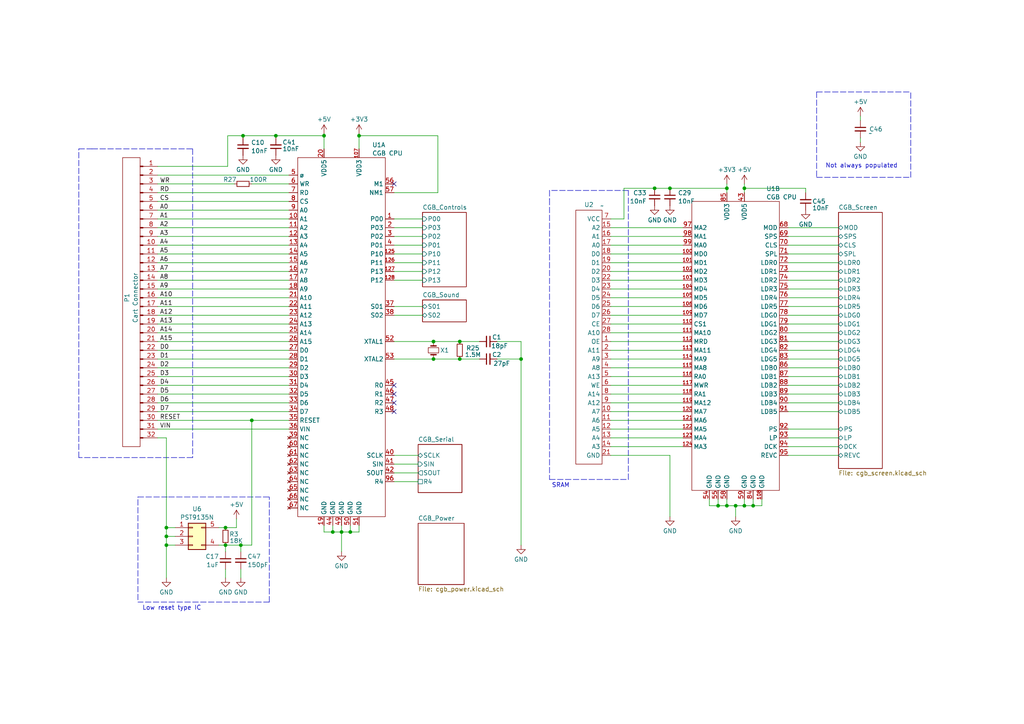
<source format=kicad_sch>
(kicad_sch (version 20231120) (generator "eeschema") (generator_version "8.0")
  (paper "A4")
  (title_block (title "CGB Reverse Engineer") (company "NatalieTheNerd.com"))
  (lib_symbols
    (symbol "CGB:CPU_CGB"
      (property "Reference" "U1" (at 8.89 3.6942 0))
      (property "Value" "CGB CPU" (at 8.89 1.27 0))
      (symbol "CPU_CGB_1_0"
        (pin unspecified line (at 15.24 -17.78 180) (length 2.54) (name "P00") (number "1"))
        (pin unspecified line (at -15.24 -17.78 0) (length 2.54) (name "A1") (number "10"))
        (pin unspecified line (at 5.08 2.54 270) (length 2.54) (name "VDD3") (number "107"))
        (pin unspecified line (at -15.24 -20.32 0) (length 2.54) (name "A2") (number "11"))
        (pin unspecified line (at -15.24 -22.86 0) (length 2.54) (name "A3") (number "12"))
        (pin unspecified line (at 15.24 -27.94 180) (length 2.54) (name "P10") (number "125"))
        (pin unspecified line (at 15.24 -30.48 180) (length 2.54) (name "P11") (number "126"))
        (pin unspecified line (at 15.24 -33.02 180) (length 2.54) (name "P13") (number "127"))
        (pin unspecified line (at 15.24 -35.56 180) (length 2.54) (name "P12") (number "128"))
        (pin unspecified line (at -15.24 -25.4 0) (length 2.54) (name "A4") (number "13"))
        (pin unspecified line (at -15.24 -27.94 0) (length 2.54) (name "A5") (number "14"))
        (pin unspecified line (at -15.24 -30.48 0) (length 2.54) (name "A6") (number "15"))
        (pin unspecified line (at -15.24 -33.02 0) (length 2.54) (name "A7") (number "16"))
        (pin unspecified line (at -15.24 -35.56 0) (length 2.54) (name "A8") (number "17"))
        (pin unspecified line (at -15.24 -38.1 0) (length 2.54) (name "A9") (number "18"))
        (pin unspecified line (at -5.08 -106.68 90) (length 2.54) (name "GND") (number "19"))
        (pin unspecified line (at 15.24 -20.32 180) (length 2.54) (name "P03") (number "2"))
        (pin unspecified line (at -5.08 2.54 270) (length 2.54) (name "VDD5") (number "20"))
        (pin unspecified line (at -15.24 -40.64 0) (length 2.54) (name "A10") (number "21"))
        (pin unspecified line (at -15.24 -43.18 0) (length 2.54) (name "A11") (number "22"))
        (pin unspecified line (at -15.24 -45.72 0) (length 2.54) (name "A12") (number "23"))
        (pin unspecified line (at -15.24 -48.26 0) (length 2.54) (name "A13") (number "24"))
        (pin unspecified line (at -15.24 -50.8 0) (length 2.54) (name "A14") (number "25"))
        (pin unspecified line (at -15.24 -53.34 0) (length 2.54) (name "A15") (number "26"))
        (pin unspecified line (at -15.24 -55.88 0) (length 2.54) (name "D0") (number "27"))
        (pin unspecified line (at -15.24 -58.42 0) (length 2.54) (name "D1") (number "28"))
        (pin unspecified line (at -15.24 -60.96 0) (length 2.54) (name "D2") (number "29"))
        (pin unspecified line (at 15.24 -22.86 180) (length 2.54) (name "P02") (number "3"))
        (pin unspecified line (at -15.24 -63.5 0) (length 2.54) (name "D3") (number "30"))
        (pin unspecified line (at -15.24 -66.04 0) (length 2.54) (name "D4") (number "31"))
        (pin unspecified line (at -15.24 -68.58 0) (length 2.54) (name "D5") (number "32"))
        (pin unspecified line (at -15.24 -71.12 0) (length 2.54) (name "D6") (number "33"))
        (pin unspecified line (at -15.24 -73.66 0) (length 2.54) (name "D7") (number "34"))
        (pin unspecified line (at -15.24 -76.2 0) (length 2.54) (name "RESET") (number "35"))
        (pin unspecified line (at -15.24 -78.74 0) (length 2.54) (name "VIN") (number "36"))
        (pin unspecified line (at 15.24 -43.18 180) (length 2.54) (name "S01") (number "37"))
        (pin unspecified line (at 15.24 -45.72 180) (length 2.54) (name "S02") (number "38"))
        (pin no_connect line (at -15.24 -81.28 0) (length 2.54) (name "NC") (number "39"))
        (pin unspecified line (at 15.24 -25.4 180) (length 2.54) (name "P01") (number "4"))
        (pin unspecified line (at 15.24 -86.36 180) (length 2.54) (name "SCLK") (number "40"))
        (pin unspecified line (at 15.24 -88.9 180) (length 2.54) (name "SIN") (number "41"))
        (pin unspecified line (at 15.24 -91.44 180) (length 2.54) (name "SOUT") (number "42"))
        (pin unspecified line (at -2.54 -106.68 90) (length 2.54) (name "GND") (number "44"))
        (pin unspecified line (at 15.24 -66.04 180) (length 2.54) (name "R0") (number "45"))
        (pin unspecified line (at 15.24 -68.58 180) (length 2.54) (name "R1") (number "46"))
        (pin unspecified line (at 15.24 -71.12 180) (length 2.54) (name "R2") (number "47"))
        (pin unspecified line (at 15.24 -73.66 180) (length 2.54) (name "R3") (number "48"))
        (pin unspecified line (at 0 -106.68 90) (length 2.54) (name "GND") (number "49"))
        (pin unspecified line (at -15.24 -5.08 0) (length 2.54) (name "ø") (number "5"))
        (pin unspecified line (at 2.54 -106.68 90) (length 2.54) (name "GND") (number "50"))
        (pin unspecified line (at 5.08 -106.68 90) (length 2.54) (name "GND") (number "51"))
        (pin unspecified line (at 15.24 -53.34 180) (length 2.54) (name "XTAL1") (number "52"))
        (pin unspecified line (at 15.24 -58.42 180) (length 2.54) (name "XTAL2") (number "53"))
        (pin unspecified line (at 15.24 -7.62 180) (length 2.54) (name "M1") (number "56"))
        (pin unspecified line (at 15.24 -10.16 180) (length 2.54) (name "NM1") (number "57"))
        (pin unspecified line (at -15.24 -7.62 0) (length 2.54) (name "WR") (number "6"))
        (pin no_connect line (at -15.24 -83.82 0) (length 2.54) (name "NC") (number "60"))
        (pin no_connect line (at -15.24 -86.36 0) (length 2.54) (name "NC") (number "61"))
        (pin no_connect line (at -15.24 -88.9 0) (length 2.54) (name "NC") (number "62"))
        (pin no_connect line (at -15.24 -91.44 0) (length 2.54) (name "NC") (number "63"))
        (pin no_connect line (at -15.24 -93.98 0) (length 2.54) (name "NC") (number "64"))
        (pin no_connect line (at -15.24 -96.52 0) (length 2.54) (name "NC") (number "65"))
        (pin no_connect line (at -15.24 -99.06 0) (length 2.54) (name "NC") (number "66"))
        (pin no_connect line (at -15.24 -101.6 0) (length 2.54) (name "NC") (number "67"))
        (pin unspecified line (at -15.24 -10.16 0) (length 2.54) (name "RD") (number "7"))
        (pin unspecified line (at -15.24 -12.7 0) (length 2.54) (name "CS") (number "8"))
        (pin unspecified line (at -15.24 -15.24 0) (length 2.54) (name "A0") (number "9"))
        (pin unspecified line (at 15.24 -93.98 180) (length 2.54) (name "R4") (number "96"))
      )
      (symbol "CPU_CGB_2_0"
        (pin unspecified line (at -15.24 -15.24 0) (length 2.54) (name "MD0") (number "100"))
        (pin unspecified line (at -15.24 -17.78 0) (length 2.54) (name "MD1") (number "101"))
        (pin unspecified line (at -15.24 -20.32 0) (length 2.54) (name "MD2") (number "102"))
        (pin unspecified line (at -15.24 -22.86 0) (length 2.54) (name "MD3") (number "103"))
        (pin unspecified line (at -15.24 -25.4 0) (length 2.54) (name "MD4") (number "104"))
        (pin unspecified line (at -15.24 -27.94 0) (length 2.54) (name "MD5") (number "105"))
        (pin unspecified line (at -15.24 -30.48 0) (length 2.54) (name "MD6") (number "106"))
        (pin unspecified line (at 7.62 -86.36 90) (length 2.54) (name "GND") (number "108"))
        (pin unspecified line (at -15.24 -33.02 0) (length 2.54) (name "MD7") (number "109"))
        (pin unspecified line (at -15.24 -35.56 0) (length 2.54) (name "CS1") (number "110"))
        (pin unspecified line (at -15.24 -38.1 0) (length 2.54) (name "MA10") (number "111"))
        (pin unspecified line (at -15.24 -40.64 0) (length 2.54) (name "MRD") (number "112"))
        (pin unspecified line (at -15.24 -43.18 0) (length 2.54) (name "MA11") (number "113"))
        (pin unspecified line (at -15.24 -45.72 0) (length 2.54) (name "MA9") (number "114"))
        (pin unspecified line (at -15.24 -48.26 0) (length 2.54) (name "MA8") (number "115"))
        (pin unspecified line (at -15.24 -50.8 0) (length 2.54) (name "RA0") (number "116"))
        (pin unspecified line (at -15.24 -53.34 0) (length 2.54) (name "MWR") (number "117"))
        (pin unspecified line (at -15.24 -55.88 0) (length 2.54) (name "RA1") (number "118"))
        (pin unspecified line (at -15.24 -58.42 0) (length 2.54) (name "MA12") (number "119"))
        (pin unspecified line (at -15.24 -60.96 0) (length 2.54) (name "MA7") (number "120"))
        (pin unspecified line (at -15.24 -63.5 0) (length 2.54) (name "MA6") (number "121"))
        (pin unspecified line (at -15.24 -66.04 0) (length 2.54) (name "MA5") (number "122"))
        (pin unspecified line (at -15.24 -68.58 0) (length 2.54) (name "MA4") (number "123"))
        (pin unspecified line (at -15.24 -71.12 0) (length 2.54) (name "MA3") (number "124"))
        (pin unspecified line (at 2.54 2.54 270) (length 2.54) (name "VDD5") (number "43"))
        (pin unspecified line (at -7.62 -86.36 90) (length 2.54) (name "GND") (number "54"))
        (pin unspecified line (at -5.08 -86.36 90) (length 2.54) (name "GND") (number "55"))
        (pin unspecified line (at -2.54 -86.36 90) (length 2.54) (name "GND") (number "58"))
        (pin unspecified line (at 2.54 -86.36 90) (length 2.54) (name "GND") (number "59"))
        (pin unspecified line (at 15.24 -7.62 180) (length 2.54) (name "MOD") (number "68"))
        (pin unspecified line (at 15.24 -10.16 180) (length 2.54) (name "SPS") (number "69"))
        (pin unspecified line (at 15.24 -12.7 180) (length 2.54) (name "CLS") (number "70"))
        (pin unspecified line (at 15.24 -15.24 180) (length 2.54) (name "SPL") (number "71"))
        (pin unspecified line (at 15.24 -17.78 180) (length 2.54) (name "LDR0") (number "72"))
        (pin unspecified line (at 15.24 -20.32 180) (length 2.54) (name "LDR1") (number "73"))
        (pin unspecified line (at 15.24 -22.86 180) (length 2.54) (name "LDR2") (number "74"))
        (pin unspecified line (at 15.24 -25.4 180) (length 2.54) (name "LDR3") (number "75"))
        (pin unspecified line (at 15.24 -27.94 180) (length 2.54) (name "LDR4") (number "76"))
        (pin unspecified line (at 15.24 -30.48 180) (length 2.54) (name "LDR5") (number "77"))
        (pin unspecified line (at 15.24 -33.02 180) (length 2.54) (name "LDG0") (number "78"))
        (pin unspecified line (at 15.24 -35.56 180) (length 2.54) (name "LDG1") (number "79"))
        (pin unspecified line (at 15.24 -38.1 180) (length 2.54) (name "LDG2") (number "80"))
        (pin unspecified line (at 15.24 -40.64 180) (length 2.54) (name "LDG3") (number "81"))
        (pin unspecified line (at 15.24 -43.18 180) (length 2.54) (name "LDG4") (number "82"))
        (pin unspecified line (at 15.24 -45.72 180) (length 2.54) (name "LDG5") (number "83"))
        (pin unspecified line (at 5.08 -86.36 90) (length 2.54) (name "GND") (number "84"))
        (pin unspecified line (at -2.54 2.54 270) (length 2.54) (name "VDD3") (number "85"))
        (pin unspecified line (at 15.24 -48.26 180) (length 2.54) (name "LDB0") (number "86"))
        (pin unspecified line (at 15.24 -50.8 180) (length 2.54) (name "LDB1") (number "87"))
        (pin unspecified line (at 15.24 -53.34 180) (length 2.54) (name "LDB2") (number "88"))
        (pin unspecified line (at 15.24 -55.88 180) (length 2.54) (name "LDB3") (number "89"))
        (pin unspecified line (at 15.24 -58.42 180) (length 2.54) (name "LDB4") (number "90"))
        (pin unspecified line (at 15.24 -60.96 180) (length 2.54) (name "LDB5") (number "91"))
        (pin unspecified line (at 15.24 -66.04 180) (length 2.54) (name "PS") (number "92"))
        (pin unspecified line (at 15.24 -68.58 180) (length 2.54) (name "LP") (number "93"))
        (pin unspecified line (at 15.24 -71.12 180) (length 2.54) (name "DCK") (number "94"))
        (pin unspecified line (at 15.24 -73.66 180) (length 2.54) (name "REVC") (number "95"))
        (pin unspecified line (at -15.24 -7.62 0) (length 2.54) (name "MA2") (number "97"))
        (pin unspecified line (at -15.24 -10.16 0) (length 2.54) (name "MA1") (number "98"))
        (pin unspecified line (at -15.24 -12.7 0) (length 2.54) (name "MA0") (number "99"))
      )
    )
    (symbol "CGB:SRAM_CGB"
      (property "Reference" "U" (at 0 1.27 0))
      (symbol "SRAM_CGB_0_0"
        (pin unspecified line (at 2.54 -39.37 180) (length 2.54) (name "OE") (number "1"))
        (pin unspecified line (at 2.54 -59.69 180) (length 2.54) (name "A7") (number "10"))
        (pin unspecified line (at 2.54 -62.23 180) (length 2.54) (name "A6") (number "11"))
        (pin unspecified line (at 2.54 -64.77 180) (length 2.54) (name "A5") (number "12"))
        (pin unspecified line (at 2.54 -67.31 180) (length 2.54) (name "A4") (number "13"))
        (pin unspecified line (at 2.54 -69.85 180) (length 2.54) (name "A3") (number "14"))
        (pin unspecified line (at 2.54 -6.35 180) (length 2.54) (name "A2") (number "15"))
        (pin unspecified line (at 2.54 -8.89 180) (length 2.54) (name "A1") (number "16"))
        (pin unspecified line (at 2.54 -11.43 180) (length 2.54) (name "A0") (number "17"))
        (pin unspecified line (at 2.54 -13.97 180) (length 2.54) (name "D0") (number "18"))
        (pin unspecified line (at 2.54 -16.51 180) (length 2.54) (name "D1") (number "19"))
        (pin unspecified line (at 2.54 -41.91 180) (length 2.54) (name "A11") (number "2"))
        (pin unspecified line (at 2.54 -19.05 180) (length 2.54) (name "D2") (number "20"))
        (pin unspecified line (at 2.54 -72.39 180) (length 2.54) (name "GND") (number "21"))
        (pin unspecified line (at 2.54 -21.59 180) (length 2.54) (name "D3") (number "22"))
        (pin unspecified line (at 2.54 -24.13 180) (length 2.54) (name "D4") (number "23"))
        (pin unspecified line (at 2.54 -26.67 180) (length 2.54) (name "D5") (number "24"))
        (pin unspecified line (at 2.54 -29.21 180) (length 2.54) (name "D6") (number "25"))
        (pin unspecified line (at 2.54 -31.75 180) (length 2.54) (name "D7") (number "26"))
        (pin unspecified line (at 2.54 -34.29 180) (length 2.54) (name "CE") (number "27"))
        (pin unspecified line (at 2.54 -36.83 180) (length 2.54) (name "A10") (number "28"))
        (pin unspecified line (at 2.54 -44.45 180) (length 2.54) (name "A9") (number "3"))
        (pin unspecified line (at 2.54 -46.99 180) (length 2.54) (name "A8") (number "4"))
        (pin unspecified line (at 2.54 -49.53 180) (length 2.54) (name "A13") (number "5"))
        (pin unspecified line (at 2.54 -52.07 180) (length 2.54) (name "WE") (number "6"))
        (pin unspecified line (at 2.54 -3.81 180) (length 2.54) (name "VCC") (number "7"))
        (pin unspecified line (at 2.54 -54.61 180) (length 2.54) (name "A14") (number "8"))
        (pin unspecified line (at 2.54 -57.15 180) (length 2.54) (name "A12") (number "9"))
      )
    )
    (symbol "CPU_CGB_1"
      (property "Reference" "U1" (at 8.89 3.6942 0))
      (property "Value" "CGB CPU" (at 8.89 1.27 0))
      (symbol "CPU_CGB_1_1_0"
        (pin unspecified line (at 15.24 -17.78 180) (length 2.54) (name "P00") (number "1"))
        (pin unspecified line (at -15.24 -17.78 0) (length 2.54) (name "A1") (number "10"))
        (pin unspecified line (at 5.08 2.54 270) (length 2.54) (name "VDD3") (number "107"))
        (pin unspecified line (at -15.24 -20.32 0) (length 2.54) (name "A2") (number "11"))
        (pin unspecified line (at -15.24 -22.86 0) (length 2.54) (name "A3") (number "12"))
        (pin unspecified line (at 15.24 -27.94 180) (length 2.54) (name "P10") (number "125"))
        (pin unspecified line (at 15.24 -30.48 180) (length 2.54) (name "P11") (number "126"))
        (pin unspecified line (at 15.24 -33.02 180) (length 2.54) (name "P13") (number "127"))
        (pin unspecified line (at 15.24 -35.56 180) (length 2.54) (name "P12") (number "128"))
        (pin unspecified line (at -15.24 -25.4 0) (length 2.54) (name "A4") (number "13"))
        (pin unspecified line (at -15.24 -27.94 0) (length 2.54) (name "A5") (number "14"))
        (pin unspecified line (at -15.24 -30.48 0) (length 2.54) (name "A6") (number "15"))
        (pin unspecified line (at -15.24 -33.02 0) (length 2.54) (name "A7") (number "16"))
        (pin unspecified line (at -15.24 -35.56 0) (length 2.54) (name "A8") (number "17"))
        (pin unspecified line (at -15.24 -38.1 0) (length 2.54) (name "A9") (number "18"))
        (pin unspecified line (at -5.08 -106.68 90) (length 2.54) (name "GND") (number "19"))
        (pin unspecified line (at 15.24 -20.32 180) (length 2.54) (name "P03") (number "2"))
        (pin unspecified line (at -5.08 2.54 270) (length 2.54) (name "VDD5") (number "20"))
        (pin unspecified line (at -15.24 -40.64 0) (length 2.54) (name "A10") (number "21"))
        (pin unspecified line (at -15.24 -43.18 0) (length 2.54) (name "A11") (number "22"))
        (pin unspecified line (at -15.24 -45.72 0) (length 2.54) (name "A12") (number "23"))
        (pin unspecified line (at -15.24 -48.26 0) (length 2.54) (name "A13") (number "24"))
        (pin unspecified line (at -15.24 -50.8 0) (length 2.54) (name "A14") (number "25"))
        (pin unspecified line (at -15.24 -53.34 0) (length 2.54) (name "A15") (number "26"))
        (pin unspecified line (at -15.24 -55.88 0) (length 2.54) (name "D0") (number "27"))
        (pin unspecified line (at -15.24 -58.42 0) (length 2.54) (name "D1") (number "28"))
        (pin unspecified line (at -15.24 -60.96 0) (length 2.54) (name "D2") (number "29"))
        (pin unspecified line (at 15.24 -22.86 180) (length 2.54) (name "P02") (number "3"))
        (pin unspecified line (at -15.24 -63.5 0) (length 2.54) (name "D3") (number "30"))
        (pin unspecified line (at -15.24 -66.04 0) (length 2.54) (name "D4") (number "31"))
        (pin unspecified line (at -15.24 -68.58 0) (length 2.54) (name "D5") (number "32"))
        (pin unspecified line (at -15.24 -71.12 0) (length 2.54) (name "D6") (number "33"))
        (pin unspecified line (at -15.24 -73.66 0) (length 2.54) (name "D7") (number "34"))
        (pin unspecified line (at -15.24 -76.2 0) (length 2.54) (name "RESET") (number "35"))
        (pin unspecified line (at -15.24 -78.74 0) (length 2.54) (name "VIN") (number "36"))
        (pin unspecified line (at 15.24 -43.18 180) (length 2.54) (name "S01") (number "37"))
        (pin unspecified line (at 15.24 -45.72 180) (length 2.54) (name "S02") (number "38"))
        (pin no_connect line (at -15.24 -81.28 0) (length 2.54) (name "NC") (number "39"))
        (pin unspecified line (at 15.24 -25.4 180) (length 2.54) (name "P01") (number "4"))
        (pin unspecified line (at 15.24 -86.36 180) (length 2.54) (name "SCLK") (number "40"))
        (pin unspecified line (at 15.24 -88.9 180) (length 2.54) (name "SIN") (number "41"))
        (pin unspecified line (at 15.24 -91.44 180) (length 2.54) (name "SOUT") (number "42"))
        (pin unspecified line (at -2.54 -106.68 90) (length 2.54) (name "GND") (number "44"))
        (pin unspecified line (at 15.24 -66.04 180) (length 2.54) (name "R0") (number "45"))
        (pin unspecified line (at 15.24 -68.58 180) (length 2.54) (name "R1") (number "46"))
        (pin unspecified line (at 15.24 -71.12 180) (length 2.54) (name "R2") (number "47"))
        (pin unspecified line (at 15.24 -73.66 180) (length 2.54) (name "R3") (number "48"))
        (pin unspecified line (at 0 -106.68 90) (length 2.54) (name "GND") (number "49"))
        (pin unspecified line (at -15.24 -5.08 0) (length 2.54) (name "ø") (number "5"))
        (pin unspecified line (at 2.54 -106.68 90) (length 2.54) (name "GND") (number "50"))
        (pin unspecified line (at 5.08 -106.68 90) (length 2.54) (name "GND") (number "51"))
        (pin unspecified line (at 15.24 -53.34 180) (length 2.54) (name "XTAL1") (number "52"))
        (pin unspecified line (at 15.24 -58.42 180) (length 2.54) (name "XTAL2") (number "53"))
        (pin unspecified line (at 15.24 -7.62 180) (length 2.54) (name "M1") (number "56"))
        (pin unspecified line (at 15.24 -10.16 180) (length 2.54) (name "NM1") (number "57"))
        (pin unspecified line (at -15.24 -7.62 0) (length 2.54) (name "WR") (number "6"))
        (pin no_connect line (at -15.24 -83.82 0) (length 2.54) (name "NC") (number "60"))
        (pin no_connect line (at -15.24 -86.36 0) (length 2.54) (name "NC") (number "61"))
        (pin no_connect line (at -15.24 -88.9 0) (length 2.54) (name "NC") (number "62"))
        (pin no_connect line (at -15.24 -91.44 0) (length 2.54) (name "NC") (number "63"))
        (pin no_connect line (at -15.24 -93.98 0) (length 2.54) (name "NC") (number "64"))
        (pin no_connect line (at -15.24 -96.52 0) (length 2.54) (name "NC") (number "65"))
        (pin no_connect line (at -15.24 -99.06 0) (length 2.54) (name "NC") (number "66"))
        (pin no_connect line (at -15.24 -101.6 0) (length 2.54) (name "NC") (number "67"))
        (pin unspecified line (at -15.24 -10.16 0) (length 2.54) (name "RD") (number "7"))
        (pin unspecified line (at -15.24 -12.7 0) (length 2.54) (name "CS") (number "8"))
        (pin unspecified line (at -15.24 -15.24 0) (length 2.54) (name "A0") (number "9"))
        (pin unspecified line (at 15.24 -93.98 180) (length 2.54) (name "R4") (number "96"))
      )
      (symbol "CPU_CGB_1_2_0"
        (pin unspecified line (at -15.24 -15.24 0) (length 2.54) (name "MD0") (number "100"))
        (pin unspecified line (at -15.24 -17.78 0) (length 2.54) (name "MD1") (number "101"))
        (pin unspecified line (at -15.24 -20.32 0) (length 2.54) (name "MD2") (number "102"))
        (pin unspecified line (at -15.24 -22.86 0) (length 2.54) (name "MD3") (number "103"))
        (pin unspecified line (at -15.24 -25.4 0) (length 2.54) (name "MD4") (number "104"))
        (pin unspecified line (at -15.24 -27.94 0) (length 2.54) (name "MD5") (number "105"))
        (pin unspecified line (at -15.24 -30.48 0) (length 2.54) (name "MD6") (number "106"))
        (pin unspecified line (at 7.62 -86.36 90) (length 2.54) (name "GND") (number "108"))
        (pin unspecified line (at -15.24 -33.02 0) (length 2.54) (name "MD7") (number "109"))
        (pin unspecified line (at -15.24 -35.56 0) (length 2.54) (name "CS1") (number "110"))
        (pin unspecified line (at -15.24 -38.1 0) (length 2.54) (name "MA10") (number "111"))
        (pin unspecified line (at -15.24 -40.64 0) (length 2.54) (name "MRD") (number "112"))
        (pin unspecified line (at -15.24 -43.18 0) (length 2.54) (name "MA11") (number "113"))
        (pin unspecified line (at -15.24 -45.72 0) (length 2.54) (name "MA9") (number "114"))
        (pin unspecified line (at -15.24 -48.26 0) (length 2.54) (name "MA8") (number "115"))
        (pin unspecified line (at -15.24 -50.8 0) (length 2.54) (name "RA0") (number "116"))
        (pin unspecified line (at -15.24 -53.34 0) (length 2.54) (name "MWR") (number "117"))
        (pin unspecified line (at -15.24 -55.88 0) (length 2.54) (name "RA1") (number "118"))
        (pin unspecified line (at -15.24 -58.42 0) (length 2.54) (name "MA12") (number "119"))
        (pin unspecified line (at -15.24 -60.96 0) (length 2.54) (name "MA7") (number "120"))
        (pin unspecified line (at -15.24 -63.5 0) (length 2.54) (name "MA6") (number "121"))
        (pin unspecified line (at -15.24 -66.04 0) (length 2.54) (name "MA5") (number "122"))
        (pin unspecified line (at -15.24 -68.58 0) (length 2.54) (name "MA4") (number "123"))
        (pin unspecified line (at -15.24 -71.12 0) (length 2.54) (name "MA3") (number "124"))
        (pin unspecified line (at 2.54 2.54 270) (length 2.54) (name "VDD5") (number "43"))
        (pin unspecified line (at -7.62 -86.36 90) (length 2.54) (name "GND") (number "54"))
        (pin unspecified line (at -5.08 -86.36 90) (length 2.54) (name "GND") (number "55"))
        (pin unspecified line (at -2.54 -86.36 90) (length 2.54) (name "GND") (number "58"))
        (pin unspecified line (at 2.54 -86.36 90) (length 2.54) (name "GND") (number "59"))
        (pin unspecified line (at 15.24 -7.62 180) (length 2.54) (name "MOD") (number "68"))
        (pin unspecified line (at 15.24 -10.16 180) (length 2.54) (name "SPS") (number "69"))
        (pin unspecified line (at 15.24 -12.7 180) (length 2.54) (name "CLS") (number "70"))
        (pin unspecified line (at 15.24 -15.24 180) (length 2.54) (name "SPL") (number "71"))
        (pin unspecified line (at 15.24 -17.78 180) (length 2.54) (name "LDR0") (number "72"))
        (pin unspecified line (at 15.24 -20.32 180) (length 2.54) (name "LDR1") (number "73"))
        (pin unspecified line (at 15.24 -22.86 180) (length 2.54) (name "LDR2") (number "74"))
        (pin unspecified line (at 15.24 -25.4 180) (length 2.54) (name "LDR3") (number "75"))
        (pin unspecified line (at 15.24 -27.94 180) (length 2.54) (name "LDR4") (number "76"))
        (pin unspecified line (at 15.24 -30.48 180) (length 2.54) (name "LDR5") (number "77"))
        (pin unspecified line (at 15.24 -33.02 180) (length 2.54) (name "LDG0") (number "78"))
        (pin unspecified line (at 15.24 -35.56 180) (length 2.54) (name "LDG1") (number "79"))
        (pin unspecified line (at 15.24 -38.1 180) (length 2.54) (name "LDG2") (number "80"))
        (pin unspecified line (at 15.24 -40.64 180) (length 2.54) (name "LDG3") (number "81"))
        (pin unspecified line (at 15.24 -43.18 180) (length 2.54) (name "LDG4") (number "82"))
        (pin unspecified line (at 15.24 -45.72 180) (length 2.54) (name "LDG5") (number "83"))
        (pin unspecified line (at 5.08 -86.36 90) (length 2.54) (name "GND") (number "84"))
        (pin unspecified line (at -2.54 2.54 270) (length 2.54) (name "VDD3") (number "85"))
        (pin unspecified line (at 15.24 -48.26 180) (length 2.54) (name "LDB0") (number "86"))
        (pin unspecified line (at 15.24 -50.8 180) (length 2.54) (name "LDB1") (number "87"))
        (pin unspecified line (at 15.24 -53.34 180) (length 2.54) (name "LDB2") (number "88"))
        (pin unspecified line (at 15.24 -55.88 180) (length 2.54) (name "LDB3") (number "89"))
        (pin unspecified line (at 15.24 -58.42 180) (length 2.54) (name "LDB4") (number "90"))
        (pin unspecified line (at 15.24 -60.96 180) (length 2.54) (name "LDB5") (number "91"))
        (pin unspecified line (at 15.24 -66.04 180) (length 2.54) (name "PS") (number "92"))
        (pin unspecified line (at 15.24 -68.58 180) (length 2.54) (name "LP") (number "93"))
        (pin unspecified line (at 15.24 -71.12 180) (length 2.54) (name "DCK") (number "94"))
        (pin unspecified line (at 15.24 -73.66 180) (length 2.54) (name "REVC") (number "95"))
        (pin unspecified line (at -15.24 -7.62 0) (length 2.54) (name "MA2") (number "97"))
        (pin unspecified line (at -15.24 -10.16 0) (length 2.54) (name "MA1") (number "98"))
        (pin unspecified line (at -15.24 -12.7 0) (length 2.54) (name "MA0") (number "99"))
      )
    )
    (symbol "Connector:Conn_01x32_Pin" (pin_names (offset 1.016) hide)
      (property "Reference" "P1" (at -3.81 0 90))
      (property "Value" "Cart Connector" (at -1.3858 0 90))
      (symbol "Conn_01x32_Pin_1_1"
        (pin passive line (at 5.08 38.1 180) (length 3.81) (name "Pin_1") (number "1"))
        (pin passive line (at 5.08 15.24 180) (length 3.81) (name "Pin_10") (number "10"))
        (pin passive line (at 5.08 12.7 180) (length 3.81) (name "Pin_11") (number "11"))
        (pin passive line (at 5.08 10.16 180) (length 3.81) (name "Pin_12") (number "12"))
        (pin passive line (at 5.08 7.62 180) (length 3.81) (name "Pin_13") (number "13"))
        (pin passive line (at 5.08 5.08 180) (length 3.81) (name "Pin_14") (number "14"))
        (pin passive line (at 5.08 2.54 180) (length 3.81) (name "Pin_15") (number "15"))
        (pin passive line (at 5.08 0 180) (length 3.81) (name "Pin_16") (number "16"))
        (pin passive line (at 5.08 -2.54 180) (length 3.81) (name "Pin_17") (number "17"))
        (pin passive line (at 5.08 -5.08 180) (length 3.81) (name "Pin_18") (number "18"))
        (pin passive line (at 5.08 -7.62 180) (length 3.81) (name "Pin_19") (number "19"))
        (pin passive line (at 5.08 35.56 180) (length 3.81) (name "Pin_2") (number "2"))
        (pin passive line (at 5.08 -10.16 180) (length 3.81) (name "Pin_20") (number "20"))
        (pin passive line (at 5.08 -12.7 180) (length 3.81) (name "Pin_21") (number "21"))
        (pin passive line (at 5.08 -15.24 180) (length 3.81) (name "Pin_22") (number "22"))
        (pin passive line (at 5.08 -17.78 180) (length 3.81) (name "Pin_23") (number "23"))
        (pin passive line (at 5.08 -20.32 180) (length 3.81) (name "Pin_24") (number "24"))
        (pin passive line (at 5.08 -22.86 180) (length 3.81) (name "Pin_25") (number "25"))
        (pin passive line (at 5.08 -25.4 180) (length 3.81) (name "Pin_26") (number "26"))
        (pin passive line (at 5.08 -27.94 180) (length 3.81) (name "Pin_27") (number "27"))
        (pin passive line (at 5.08 -30.48 180) (length 3.81) (name "Pin_28") (number "28"))
        (pin passive line (at 5.08 -33.02 180) (length 3.81) (name "Pin_29") (number "29"))
        (pin passive line (at 5.08 33.02 180) (length 3.81) (name "Pin_3") (number "3"))
        (pin passive line (at 5.08 -35.56 180) (length 3.81) (name "Pin_30") (number "30"))
        (pin passive line (at 5.08 -38.1 180) (length 3.81) (name "Pin_31") (number "31"))
        (pin passive line (at 5.08 -40.64 180) (length 3.81) (name "Pin_32") (number "32"))
        (pin passive line (at 5.08 30.48 180) (length 3.81) (name "Pin_4") (number "4"))
        (pin passive line (at 5.08 27.94 180) (length 3.81) (name "Pin_5") (number "5"))
        (pin passive line (at 5.08 25.4 180) (length 3.81) (name "Pin_6") (number "6"))
        (pin passive line (at 5.08 22.86 180) (length 3.81) (name "Pin_7") (number "7"))
        (pin passive line (at 5.08 20.32 180) (length 3.81) (name "Pin_8") (number "8"))
        (pin passive line (at 5.08 17.78 180) (length 3.81) (name "Pin_9") (number "9"))
      )
    )
    (symbol "Connector_Generic:Conn_2Rows-05Pins" (pin_names (offset 1.016) hide)
      (property "Reference" "U6" (at 1.27 7.9543 0))
      (property "Value" "PST9135N" (at 1.27 5.5301 0))
      (symbol "Conn_2Rows-05Pins_1_1"
        (pin passive line (at -5.08 2.54 0) (length 3.81) (name "Pin_1") (number "1"))
        (pin passive line (at -5.08 0 0) (length 3.81) (name "Pin_2") (number "2"))
        (pin passive line (at -5.08 -2.54 0) (length 3.81) (name "Pin_3") (number "3"))
        (pin passive line (at 7.62 -2.54 180) (length 3.81) (name "Pin_4") (number "4"))
        (pin passive line (at 7.62 2.54 180) (length 3.81) (name "Pin_5") (number "5"))
      )
    )
    (symbol "Device:C_Small" (pin_numbers hide) (pin_names (offset 0.254) hide)
      (property "Reference" "C" (at 0.254 1.778 0))
      (property "Value" "C_Small" (at 0.254 -2.032 0))
      (symbol "C_Small_1_1"
        (pin passive line (at 0 2.54 270) (length 2.032) (name "~") (number "1"))
        (pin passive line (at 0 -2.54 90) (length 2.032) (name "~") (number "2"))
      )
    )
    (symbol "Device:Crystal_Small" (pin_numbers hide) (pin_names (offset 1.016) hide)
      (property "Reference" "Y" (at 0 2.54 0))
      (property "Value" "Crystal_Small" (at 0 -2.54 0))
      (symbol "Crystal_Small_1_1"
        (pin passive line (at -2.54 0 0) (length 1.27) (name "1") (number "1"))
        (pin passive line (at 2.54 0 180) (length 1.27) (name "2") (number "2"))
      )
    )
    (symbol "Device:R_Small" (pin_numbers hide) (pin_names (offset 0.254) hide)
      (property "Reference" "R" (at 0.762 0.508 0))
      (property "Value" "R_Small" (at 0.762 -1.016 0))
      (symbol "R_Small_1_1"
        (pin passive line (at 0 2.54 270) (length 0.762) (name "~") (number "1"))
        (pin passive line (at 0 -2.54 90) (length 0.762) (name "~") (number "2"))
      )
    )
    (symbol "power:+3V3" (power) (pin_names (offset 0))
      (property "Value" "+3V3" (at 0 3.556 0))
      (symbol "+3V3_1_1"
        (pin power_in line (at 0 0 90) (length 0) hide (name "+3V3") (number "1"))
      )
    )
    (symbol "power:+5V" (power) (pin_names (offset 0))
      (property "Value" "+5V" (at 0 3.556 0))
      (symbol "+5V_1_1"
        (pin power_in line (at 0 0 90) (length 0) hide (name "+5V") (number "1"))
      )
    )
    (symbol "power:GND" (power) (pin_names (offset 0))
      (property "Value" "GND" (at 0 -3.81 0))
      (symbol "GND_1_1"
        (pin power_in line (at 0 0 270) (length 0) hide (name "GND") (number "1"))
      )
    )
  )
  (junction (at 48.26 155.575))
  (junction (at 210.82 54.61))
  (junction (at 65.405 153.035))
  (junction (at 215.9 146.685))
  (junction (at 133.35 104.14))
  (junction (at 99.06 154.305))
  (junction (at 104.14 39.37))
  (junction (at 101.6 154.305))
  (junction (at 65.405 158.115))
  (junction (at 189.865 54.61))
  (junction (at 215.9 54.61))
  (junction (at 210.82 146.685))
  (junction (at 70.485 39.37))
  (junction (at 96.52 154.305))
  (junction (at 208.28 146.685))
  (junction (at 48.26 153.035))
  (junction (at 80.01 39.37))
  (junction (at 194.31 54.61))
  (junction (at 218.44 146.685))
  (junction (at 48.26 158.115))
  (junction (at 133.35 99.06))
  (junction (at 125.73 99.06))
  (junction (at 73.025 121.92))
  (junction (at 151.13 104.14))
  (junction (at 69.85 158.115))
  (junction (at 213.36 146.685))
  (junction (at 125.73 104.14))
  (junction (at 93.98 39.37))
  (no_connect (at 114.3 53.34))
  (no_connect (at 114.3 119.38))
  (no_connect (at 114.3 116.84))
  (no_connect (at 114.3 111.76))
  (no_connect (at 114.3 114.3))
  (wire (pts (xy 189.865 54.61) (xy 194.31 54.61)))
  (wire (pts (xy 45.72 50.8) (xy 83.82 50.8)))
  (polyline (pts (xy 40.005 144.145) (xy 48.895 144.145)) (stroke (width 0) (type dash)))
  (wire (pts (xy 243.205 109.22) (xy 228.6 109.22)))
  (wire (pts (xy 177.165 116.84) (xy 198.12 116.84)))
  (wire (pts (xy 249.555 41.275) (xy 249.555 40.005)))
  (wire (pts (xy 177.165 73.66) (xy 198.12 73.66)))
  (wire (pts (xy 93.98 154.305) (xy 93.98 152.4)))
  (wire (pts (xy 45.72 109.22) (xy 83.82 109.22)))
  (wire (pts (xy 114.3 132.08) (xy 121.285 132.08)))
  (wire (pts (xy 144.145 99.06) (xy 151.13 99.06)))
  (wire (pts (xy 210.82 54.61) (xy 210.82 55.88)))
  (wire (pts (xy 144.145 104.14) (xy 151.13 104.14)))
  (wire (pts (xy 114.3 99.06) (xy 125.73 99.06)))
  (wire (pts (xy 177.165 71.12) (xy 198.12 71.12)))
  (wire (pts (xy 243.205 119.38) (xy 228.6 119.38)))
  (wire (pts (xy 45.72 124.46) (xy 83.82 124.46)))
  (wire (pts (xy 177.165 121.92) (xy 198.12 121.92)))
  (wire (pts (xy 215.9 53.34) (xy 215.9 54.61)))
  (wire (pts (xy 215.9 54.61) (xy 215.9 55.88)))
  (wire (pts (xy 45.72 81.28) (xy 83.82 81.28)))
  (wire (pts (xy 45.72 121.92) (xy 73.025 121.92)))
  (wire (pts (xy 243.205 129.54) (xy 228.6 129.54)))
  (wire (pts (xy 45.72 63.5) (xy 83.82 63.5)))
  (wire (pts (xy 243.205 93.98) (xy 228.6 93.98)))
  (wire (pts (xy 215.9 54.61) (xy 233.68 54.61)))
  (wire (pts (xy 210.82 146.685) (xy 210.82 144.78)))
  (wire (pts (xy 177.165 93.98) (xy 198.12 93.98)))
  (wire (pts (xy 122.555 76.2) (xy 114.3 76.2)))
  (wire (pts (xy 194.31 149.86) (xy 194.31 132.08)))
  (wire (pts (xy 177.165 106.68) (xy 198.12 106.68)))
  (wire (pts (xy 177.165 104.14) (xy 198.12 104.14)))
  (wire (pts (xy 66.04 48.26) (xy 45.72 48.26)))
  (wire (pts (xy 122.555 68.58) (xy 114.3 68.58)))
  (polyline (pts (xy 22.86 43.18) (xy 26.67 43.18)) (stroke (width 0) (type dash)))
  (polyline (pts (xy 55.88 132.715) (xy 22.86 132.715)) (stroke (width 0) (type dash)))
  (wire (pts (xy 243.205 116.84) (xy 228.6 116.84)))
  (wire (pts (xy 220.98 146.685) (xy 220.98 144.78)))
  (polyline (pts (xy 55.88 43.18) (xy 55.88 132.715)) (stroke (width 0) (type dash)))
  (wire (pts (xy 66.04 39.37) (xy 66.04 48.26)))
  (wire (pts (xy 243.205 91.44) (xy 228.6 91.44)))
  (wire (pts (xy 243.205 78.74) (xy 228.6 78.74)))
  (wire (pts (xy 63.5 153.035) (xy 65.405 153.035)))
  (wire (pts (xy 177.165 68.58) (xy 198.12 68.58)))
  (wire (pts (xy 122.555 81.28) (xy 114.3 81.28)))
  (wire (pts (xy 215.9 146.685) (xy 218.44 146.685)))
  (wire (pts (xy 125.73 104.14) (xy 133.35 104.14)))
  (wire (pts (xy 177.165 99.06) (xy 198.12 99.06)))
  (wire (pts (xy 45.72 91.44) (xy 83.82 91.44)))
  (wire (pts (xy 218.44 144.78) (xy 218.44 146.685)))
  (wire (pts (xy 69.85 160.02) (xy 69.85 158.115)))
  (wire (pts (xy 48.26 127) (xy 48.26 153.035)))
  (wire (pts (xy 243.205 124.46) (xy 228.6 124.46)))
  (wire (pts (xy 243.205 101.6) (xy 228.6 101.6)))
  (wire (pts (xy 45.72 66.04) (xy 83.82 66.04)))
  (polyline (pts (xy 40.005 173.99) (xy 40.005 144.145)) (stroke (width 0) (type dash)))
  (wire (pts (xy 65.405 165.1) (xy 65.405 167.64)))
  (polyline (pts (xy 26.67 43.18) (xy 55.88 43.18)) (stroke (width 0) (type dash)))
  (wire (pts (xy 151.13 99.06) (xy 151.13 104.14)))
  (wire (pts (xy 243.205 132.08) (xy 228.6 132.08)))
  (polyline (pts (xy 182.245 55.245) (xy 159.385 55.245)) (stroke (width 0) (type dash)))
  (wire (pts (xy 73.025 121.92) (xy 83.82 121.92)))
  (wire (pts (xy 50.8 153.035) (xy 48.26 153.035)))
  (wire (pts (xy 177.165 111.76) (xy 198.12 111.76)))
  (wire (pts (xy 177.165 91.44) (xy 198.12 91.44)))
  (wire (pts (xy 233.68 54.61) (xy 233.68 55.88)))
  (wire (pts (xy 63.5 158.115) (xy 65.405 158.115)))
  (wire (pts (xy 177.165 78.74) (xy 198.12 78.74)))
  (wire (pts (xy 177.165 63.5) (xy 180.975 63.5)))
  (wire (pts (xy 122.555 73.66) (xy 114.3 73.66)))
  (wire (pts (xy 114.3 91.44) (xy 122.555 91.44)))
  (wire (pts (xy 243.205 73.66) (xy 228.6 73.66)))
  (wire (pts (xy 114.3 104.14) (xy 125.73 104.14)))
  (wire (pts (xy 208.28 146.685) (xy 208.28 144.78)))
  (wire (pts (xy 48.26 155.575) (xy 48.26 158.115)))
  (wire (pts (xy 45.72 78.74) (xy 83.82 78.74)))
  (wire (pts (xy 218.44 146.685) (xy 220.98 146.685)))
  (wire (pts (xy 65.405 158.115) (xy 65.405 160.02)))
  (wire (pts (xy 45.72 116.84) (xy 83.82 116.84)))
  (polyline (pts (xy 264.16 51.435) (xy 264.16 26.67)) (stroke (width 0) (type dash)))
  (wire (pts (xy 45.72 55.88) (xy 83.82 55.88)))
  (wire (pts (xy 243.205 71.12) (xy 228.6 71.12)))
  (wire (pts (xy 45.72 60.96) (xy 83.82 60.96)))
  (wire (pts (xy 68.58 150.495) (xy 68.58 153.035)))
  (wire (pts (xy 48.26 158.115) (xy 48.26 167.64)))
  (wire (pts (xy 122.555 78.74) (xy 114.3 78.74)))
  (wire (pts (xy 125.73 99.06) (xy 133.35 99.06)))
  (wire (pts (xy 45.72 101.6) (xy 83.82 101.6)))
  (wire (pts (xy 243.205 86.36) (xy 228.6 86.36)))
  (wire (pts (xy 243.205 104.14) (xy 228.6 104.14)))
  (wire (pts (xy 45.72 119.38) (xy 83.82 119.38)))
  (wire (pts (xy 73.025 121.92) (xy 73.025 158.115)))
  (polyline (pts (xy 159.385 55.245) (xy 159.385 57.785)) (stroke (width 0) (type dash)))
  (polyline (pts (xy 236.855 51.435) (xy 264.16 51.435)) (stroke (width 0) (type dash)))
  (wire (pts (xy 45.72 68.58) (xy 83.82 68.58)))
  (wire (pts (xy 101.6 154.305) (xy 104.14 154.305)))
  (polyline (pts (xy 78.105 174.625) (xy 40.005 174.625)) (stroke (width 0) (type dash)))
  (wire (pts (xy 215.9 146.685) (xy 215.9 144.78)))
  (wire (pts (xy 210.82 53.34) (xy 210.82 54.61)))
  (polyline (pts (xy 159.385 139.065) (xy 182.245 139.065)) (stroke (width 0) (type dash)))
  (wire (pts (xy 80.01 40.005) (xy 80.01 39.37)))
  (wire (pts (xy 65.405 153.035) (xy 68.58 153.035)))
  (wire (pts (xy 114.3 139.7) (xy 121.285 139.7)))
  (wire (pts (xy 104.14 154.305) (xy 104.14 152.4)))
  (wire (pts (xy 45.72 127) (xy 48.26 127)))
  (wire (pts (xy 177.165 88.9) (xy 198.12 88.9)))
  (polyline (pts (xy 236.855 26.67) (xy 236.855 51.435)) (stroke (width 0) (type dash)))
  (wire (pts (xy 45.72 83.82) (xy 83.82 83.82)))
  (wire (pts (xy 50.8 158.115) (xy 48.26 158.115)))
  (wire (pts (xy 177.165 129.54) (xy 198.12 129.54)))
  (wire (pts (xy 50.8 155.575) (xy 48.26 155.575)))
  (wire (pts (xy 114.3 134.62) (xy 121.285 134.62)))
  (wire (pts (xy 104.14 38.735) (xy 104.14 39.37)))
  (wire (pts (xy 177.165 101.6) (xy 198.12 101.6)))
  (wire (pts (xy 45.72 96.52) (xy 83.82 96.52)))
  (wire (pts (xy 70.485 39.37) (xy 66.04 39.37)))
  (wire (pts (xy 45.72 106.68) (xy 83.82 106.68)))
  (wire (pts (xy 177.165 66.04) (xy 198.12 66.04)))
  (wire (pts (xy 99.06 154.305) (xy 101.6 154.305)))
  (wire (pts (xy 69.85 167.64) (xy 69.85 165.1)))
  (wire (pts (xy 104.14 39.37) (xy 104.14 43.18)))
  (wire (pts (xy 104.14 39.37) (xy 127 39.37)))
  (wire (pts (xy 177.165 86.36) (xy 198.12 86.36)))
  (wire (pts (xy 69.85 158.115) (xy 73.025 158.115)))
  (wire (pts (xy 194.31 132.08) (xy 177.165 132.08)))
  (wire (pts (xy 205.74 146.685) (xy 208.28 146.685)))
  (wire (pts (xy 65.405 158.115) (xy 69.85 158.115)))
  (polyline (pts (xy 182.245 139.065) (xy 182.245 55.245)) (stroke (width 0) (type dash)))
  (polyline (pts (xy 78.105 174.625) (xy 78.105 144.145)) (stroke (width 0) (type dash)))
  (wire (pts (xy 243.205 114.3) (xy 228.6 114.3)))
  (wire (pts (xy 70.485 40.005) (xy 70.485 39.37)))
  (wire (pts (xy 122.555 66.04) (xy 114.3 66.04)))
  (wire (pts (xy 177.165 119.38) (xy 198.12 119.38)))
  (wire (pts (xy 243.205 81.28) (xy 228.6 81.28)))
  (wire (pts (xy 122.555 71.12) (xy 114.3 71.12)))
  (wire (pts (xy 45.72 76.2) (xy 83.82 76.2)))
  (wire (pts (xy 122.555 63.5) (xy 114.3 63.5)))
  (wire (pts (xy 180.975 63.5) (xy 180.975 54.61)))
  (wire (pts (xy 180.975 54.61) (xy 189.865 54.61)))
  (wire (pts (xy 114.3 137.16) (xy 121.285 137.16)))
  (wire (pts (xy 127 39.37) (xy 127 55.88)))
  (wire (pts (xy 177.165 96.52) (xy 198.12 96.52)))
  (wire (pts (xy 93.98 38.735) (xy 93.98 39.37)))
  (wire (pts (xy 243.205 88.9) (xy 228.6 88.9)))
  (wire (pts (xy 99.06 160.02) (xy 99.06 154.305)))
  (wire (pts (xy 45.72 53.34) (xy 67.945 53.34)))
  (wire (pts (xy 177.165 127) (xy 198.12 127)))
  (wire (pts (xy 213.36 146.685) (xy 210.82 146.685)))
  (wire (pts (xy 45.72 114.3) (xy 83.82 114.3)))
  (wire (pts (xy 114.3 55.88) (xy 127 55.88)))
  (wire (pts (xy 243.205 68.58) (xy 228.6 68.58)))
  (wire (pts (xy 208.28 146.685) (xy 210.82 146.685)))
  (wire (pts (xy 45.72 111.76) (xy 83.82 111.76)))
  (wire (pts (xy 243.205 99.06) (xy 228.6 99.06)))
  (polyline (pts (xy 22.86 132.715) (xy 22.86 43.18)) (stroke (width 0) (type dash)))
  (wire (pts (xy 114.3 88.9) (xy 122.555 88.9)))
  (wire (pts (xy 243.205 111.76) (xy 228.6 111.76)))
  (wire (pts (xy 45.72 86.36) (xy 83.82 86.36)))
  (polyline (pts (xy 48.895 144.145) (xy 78.105 144.145)) (stroke (width 0) (type dash)))
  (wire (pts (xy 243.205 76.2) (xy 228.6 76.2)))
  (polyline (pts (xy 159.385 57.785) (xy 159.385 139.065)) (stroke (width 0) (type dash)))
  (wire (pts (xy 45.72 93.98) (xy 83.82 93.98)))
  (wire (pts (xy 93.98 154.305) (xy 96.52 154.305)))
  (wire (pts (xy 177.165 81.28) (xy 198.12 81.28)))
  (wire (pts (xy 45.72 71.12) (xy 83.82 71.12)))
  (wire (pts (xy 133.35 104.14) (xy 139.065 104.14)))
  (wire (pts (xy 45.72 88.9) (xy 83.82 88.9)))
  (wire (pts (xy 194.31 54.61) (xy 210.82 54.61)))
  (wire (pts (xy 96.52 154.305) (xy 99.06 154.305)))
  (wire (pts (xy 177.165 83.82) (xy 198.12 83.82)))
  (polyline (pts (xy 236.855 26.67) (xy 264.16 26.67)) (stroke (width 0) (type dash)))
  (wire (pts (xy 45.72 99.06) (xy 83.82 99.06)))
  (wire (pts (xy 177.165 114.3) (xy 198.12 114.3)))
  (wire (pts (xy 48.26 153.035) (xy 48.26 155.575)))
  (wire (pts (xy 243.205 83.82) (xy 228.6 83.82)))
  (wire (pts (xy 101.6 154.305) (xy 101.6 152.4)))
  (wire (pts (xy 96.52 154.305) (xy 96.52 152.4)))
  (wire (pts (xy 213.36 149.86) (xy 213.36 146.685)))
  (wire (pts (xy 80.01 39.37) (xy 93.98 39.37)))
  (wire (pts (xy 213.36 146.685) (xy 215.9 146.685)))
  (wire (pts (xy 93.98 39.37) (xy 93.98 43.18)))
  (wire (pts (xy 99.06 154.305) (xy 99.06 152.4)))
  (wire (pts (xy 45.72 73.66) (xy 83.82 73.66)))
  (wire (pts (xy 177.165 76.2) (xy 198.12 76.2)))
  (wire (pts (xy 45.72 58.42) (xy 83.82 58.42)))
  (wire (pts (xy 243.205 96.52) (xy 228.6 96.52)))
  (wire (pts (xy 205.74 146.685) (xy 205.74 144.78)))
  (wire (pts (xy 70.485 39.37) (xy 80.01 39.37)))
  (wire (pts (xy 243.205 127) (xy 228.6 127)))
  (wire (pts (xy 177.165 124.46) (xy 198.12 124.46)))
  (wire (pts (xy 249.555 33.655) (xy 249.555 34.925)))
  (wire (pts (xy 177.165 109.22) (xy 198.12 109.22)))
  (wire (pts (xy 151.13 104.14) (xy 151.13 158.115)))
  (wire (pts (xy 73.025 53.34) (xy 83.82 53.34)))
  (wire (pts (xy 243.205 66.04) (xy 228.6 66.04)))
  (wire (pts (xy 133.35 99.06) (xy 139.065 99.06)))
  (wire (pts (xy 45.72 104.14) (xy 83.82 104.14)))
  (wire (pts (xy 243.205 106.68) (xy 228.6 106.68)))
  (text "Not always populated" (at 239.395 48.895 0) (effects (font (size 1.27 1.27)) (justify left bottom)))
  (text "Low reset type IC" (at 41.275 177.165 0) (effects (font (size 1.27 1.27)) (justify left bottom)))
  (text "SRAM" (at 160.02 141.605 0) (effects (font (size 1.27 1.27)) (justify left bottom)))
  (label "D6" (at 46.355 116.84 0))
  (label "RD" (at 46.355 55.88 0))
  (label "D3" (at 46.355 109.22 0))
  (label "A12" (at 46.355 91.44 0))
  (label "A10" (at 46.355 86.36 0))
  (label "D5" (at 46.355 114.3 0))
  (label "D1" (at 46.355 104.14 0))
  (label "RESET" (at 46.355 121.92 0))
  (label "A9" (at 46.355 83.82 0))
  (label "D0" (at 46.355 101.6 0))
  (label "A13" (at 46.355 93.98 0))
  (label "CS" (at 46.355 58.42 0))
  (label "A14" (at 46.355 96.52 0))
  (label "A11" (at 46.355 88.9 0))
  (label "A8" (at 46.355 81.28 0))
  (label "A5" (at 46.355 73.66 0))
  (label "A0" (at 46.355 60.96 0))
  (label "A1" (at 46.355 63.5 0))
  (label "D2" (at 46.355 106.68 0))
  (label "D7" (at 46.355 119.38 0))
  (label "D4" (at 46.355 111.76 0))
  (label "A6" (at 46.355 76.2 0))
  (label "WR" (at 46.355 53.34 0))
  (label "A2" (at 46.355 66.04 0))
  (label "A7" (at 46.355 78.74 0))
  (label "A4" (at 46.355 71.12 0))
  (label "VIN" (at 46.355 124.46 0))
  (label "A15" (at 46.355 99.06 0))
  (label "A3" (at 46.355 68.58 0))
  (symbol (lib_id "Device:C_Small") (at 233.68 58.42 180) (unit 1)
    (property "Reference" "C45" (at 235.585 58.42 0) (effects (justify right)))
    (property "Value" "10nF" (at 235.585 60.325 0) (effects (justify right)))
    (property "Footprint" "Capacitor_SMD:C_0603_1608Metric" (effects (hide yes)))
  )
  (symbol (lib_id "Device:Crystal_Small") (at 125.73 101.6 90) (unit 1)
    (property "Reference" "X1" (at 127.635 101.6 90) (effects (justify right)))
    (property "Value" "Crystal_Small" (effects (hide yes)))
    (property "Footprint" "CGB:Crystal CGB" (effects (hide yes)))
  )
  (symbol (lib_id "power:GND") (at 151.13 158.115 0) (unit 1)
    (property "Reference" "#PWR016" (effects (hide yes)))
    (property "Value" "GND" (at 151.13 162.2481 0))
  )
  (symbol (lib_id "Device:C_Small") (at 189.865 57.15 0) (mirror y) (unit 1)
    (property "Reference" "C33" (at 187.5409 55.9442 0) (effects (justify left)))
    (property "Value" "10nF" (at 187.5409 58.3684 0) (effects (justify left)))
    (property "Footprint" "Capacitor_SMD:C_0603_1608Metric" (effects (hide yes)))
  )
  (symbol (lib_id "power:GND") (at 194.31 59.69 0) (unit 1)
    (property "Reference" "#PWR024" (effects (hide yes)))
    (property "Value" "GND" (at 194.31 63.8231 0))
  )
  (symbol (lib_id "Device:R_Small") (at 133.35 101.6 180) (unit 1)
    (property "Reference" "R25" (at 137.16 100.965 0))
    (property "Value" "1.5M" (at 137.16 102.87 0))
    (property "Footprint" "Resistor_SMD:R_0603_1608Metric" (effects (hide yes)))
  )
  (symbol (lib_name "CPU_CGB_1") (lib_id "CGB:CPU_CGB") (at 99.06 45.72 0) (unit 1)
    (property "Reference" "U1" (at 107.95 42.0258 0) (effects (justify left)))
    (property "Value" "CGB CPU" (at 107.95 44.45 0) (effects (justify left)))
    (property "Footprint" "CGB:CPU CGB" (effects (hide yes)))
  )
  (symbol (lib_id "Connector_Generic:Conn_2Rows-05Pins") (at 55.88 155.575 0) (unit 1)
    (property "Reference" "U6" (at 57.15 147.6207 0))
    (property "Value" "PST9135N" (at 57.15 150.0449 0))
    (property "Footprint" "Package_TO_SOT_SMD:SOT-23-5" (effects (hide yes)))
  )
  (symbol (lib_id "power:+3V3") (at 104.14 38.735 0) (unit 1)
    (property "Reference" "#PWR04" (effects (hide yes)))
    (property "Value" "+3V3" (at 104.14 34.6019 0))
  )
  (symbol (lib_id "power:+5V") (at 215.9 53.34 0) (unit 1)
    (property "Reference" "#PWR06" (effects (hide yes)))
    (property "Value" "+5V" (at 215.9 49.2069 0))
  )
  (symbol (lib_id "power:GND") (at 80.01 45.085 0) (unit 1)
    (property "Reference" "#PWR054" (effects (hide yes)))
    (property "Value" "GND" (at 80.01 49.2181 0))
  )
  (symbol (lib_id "Device:C_Small") (at 194.31 57.15 0) (unit 1)
    (property "Reference" "C29" (at 196.6341 55.9442 0) (effects (justify left)))
    (property "Value" "10nF" (at 196.6341 58.3684 0) (effects (justify left)))
    (property "Footprint" "Capacitor_SMD:C_0603_1608Metric" (effects (hide yes)))
  )
  (symbol (lib_id "Device:C_Small") (at 141.605 104.14 90) (unit 1)
    (property "Reference" "C2" (at 145.415 102.87 90) (effects (justify left)))
    (property "Value" "27pF" (at 147.955 105.41 90) (effects (justify left)))
    (property "Footprint" "Capacitor_SMD:C_0603_1608Metric" (effects (hide yes)))
  )
  (symbol (lib_id "CGB:CPU_CGB") (at 213.36 58.42 0) (unit 2)
    (property "Reference" "U1" (at 222.25 54.7258 0) (effects (justify left)))
    (property "Value" "CGB CPU" (at 222.25 57.15 0) (effects (justify left)))
    (property "Footprint" "CGB:CPU CGB" (effects (hide yes)))
  )
  (symbol (lib_id "power:+5V") (at 68.58 150.495 0) (unit 1)
    (property "Reference" "#PWR059" (effects (hide yes)))
    (property "Value" "+5V" (at 68.58 146.3619 0))
  )
  (symbol (lib_id "Device:R_Small") (at 65.405 155.575 0) (mirror y) (unit 1)
    (property "Reference" "R3" (at 69.215 154.94 0) (effects (justify left)))
    (property "Value" "18K" (at 70.485 156.845 0) (effects (justify left)))
    (property "Footprint" "Resistor_SMD:R_0603_1608Metric" (effects (hide yes)))
  )
  (symbol (lib_id "Device:C_Small") (at 249.555 37.465 0) (unit 1)
    (property "Reference" "C46" (at 252.095 37.465 0) (effects (justify left)))
    (property "Value" "~" (at 251.8791 38.6834 0) (effects (justify left)))
    (property "Footprint" "Capacitor_SMD:C_0603_1608Metric" (effects (hide yes)))
  )
  (symbol (lib_id "power:GND") (at 194.31 149.86 0) (unit 1)
    (property "Reference" "#PWR061" (effects (hide yes)))
    (property "Value" "GND" (at 194.31 153.9931 0))
  )
  (symbol (lib_id "Device:C_Small") (at 80.01 42.545 180) (unit 1)
    (property "Reference" "C41" (at 81.915 41.275 0) (effects (justify right)))
    (property "Value" "10nF" (at 81.915 43.18 0) (effects (justify right)))
    (property "Footprint" "Capacitor_SMD:C_0603_1608Metric" (effects (hide yes)))
  )
  (symbol (lib_id "power:+5V") (at 93.98 38.735 0) (unit 1)
    (property "Reference" "#PWR03" (effects (hide yes)))
    (property "Value" "+5V" (at 93.98 34.6019 0))
  )
  (symbol (lib_id "Connector:Conn_01x32_Pin") (at 40.64 86.36 0) (unit 1)
    (property "Reference" "P1" (at 36.83 86.36 90))
    (property "Value" "Cart Connector" (at 39.2542 86.36 90))
    (property "Footprint" "CGB:Cart CGB" (effects (hide yes)))
  )
  (symbol (lib_id "power:GND") (at 48.26 167.64 0) (unit 1)
    (property "Reference" "#PWR012" (effects (hide yes)))
    (property "Value" "GND" (at 48.26 171.7731 0))
  )
  (symbol (lib_id "power:GND") (at 233.68 60.96 0) (unit 1)
    (property "Reference" "#PWR047" (effects (hide yes)))
    (property "Value" "GND" (at 233.68 65.0931 0))
  )
  (symbol (lib_id "power:GND") (at 189.865 59.69 0) (unit 1)
    (property "Reference" "#PWR034" (effects (hide yes)))
    (property "Value" "GND" (at 189.865 63.8231 0))
  )
  (symbol (lib_id "Device:R_Small") (at 70.485 53.34 90) (unit 1)
    (property "Reference" "R27" (at 66.675 52.07 90))
    (property "Value" "100R" (at 74.93 52.07 90))
    (property "Footprint" "Resistor_SMD:R_0603_1608Metric" (effects (hide yes)))
  )
  (symbol (lib_id "Device:C_Small") (at 70.485 42.545 0) (unit 1)
    (property "Reference" "C10" (at 72.8091 41.3392 0) (effects (justify left)))
    (property "Value" "10nF" (at 72.8091 43.7634 0) (effects (justify left)))
    (property "Footprint" "Capacitor_SMD:C_0603_1608Metric" (effects (hide yes)))
  )
  (symbol (lib_id "Device:C_Small") (at 141.605 99.06 270) (unit 1)
    (property "Reference" "C1" (at 145.415 97.79 90) (effects (justify right)))
    (property "Value" "18pF" (at 147.32 100.33 90) (effects (justify right)))
    (property "Footprint" "Capacitor_SMD:C_0603_1608Metric" (effects (hide yes)))
  )
  (symbol (lib_id "power:GND") (at 69.85 167.64 0) (unit 1)
    (property "Reference" "#PWR062" (effects (hide yes)))
    (property "Value" "GND" (at 69.85 171.7731 0))
  )
  (symbol (lib_id "power:GND") (at 65.405 167.64 0) (unit 1)
    (property "Reference" "#PWR060" (effects (hide yes)))
    (property "Value" "GND" (at 65.405 171.7731 0))
  )
  (symbol (lib_id "power:GND") (at 213.36 149.86 0) (unit 1)
    (property "Reference" "#PWR02" (effects (hide yes)))
    (property "Value" "GND" (at 213.36 153.9931 0))
  )
  (symbol (lib_id "Device:C_Small") (at 65.405 162.56 0) (mirror y) (unit 1)
    (property "Reference" "C17" (at 63.5 161.4058 0) (effects (justify left)))
    (property "Value" "1uF" (at 63.5 163.83 0) (effects (justify left)))
    (property "Footprint" "Capacitor_SMD:C_0603_1608Metric" (effects (hide yes)))
  )
  (symbol (lib_id "power:GND") (at 99.06 160.02 0) (unit 1)
    (property "Reference" "#PWR01" (effects (hide yes)))
    (property "Value" "GND" (at 99.06 164.1531 0))
  )
  (symbol (lib_id "power:GND") (at 70.485 45.085 0) (unit 1)
    (property "Reference" "#PWR053" (effects (hide yes)))
    (property "Value" "GND" (at 70.485 49.2181 0))
  )
  (symbol (lib_id "power:+5V") (at 249.555 33.655 0) (unit 1)
    (property "Reference" "#PWR063" (effects (hide yes)))
    (property "Value" "+5V" (at 249.555 29.5219 0))
  )
  (symbol (lib_id "CGB:SRAM_CGB") (at 174.625 59.69 0) (unit 1)
    (property "Reference" "U2" (at 170.815 59.3669 0))
    (property "Value" "~" (at 174.625 59.69 0))
    (property "Footprint" "Package_SO:TSOP-I-28_11.8x8mm_P0.55mm" (effects (hide yes)))
  )
  (symbol (lib_id "power:+3V3") (at 210.82 53.34 0) (unit 1)
    (property "Reference" "#PWR05" (effects (hide yes)))
    (property "Value" "+3V3" (at 210.82 49.2069 0))
  )
  (symbol (lib_id "power:GND") (at 249.555 41.275 0) (unit 1)
    (property "Reference" "#PWR064" (effects (hide yes)))
    (property "Value" "GND" (at 249.555 45.4081 0))
  )
  (symbol (lib_id "Device:C_Small") (at 69.85 162.56 0) (unit 1)
    (property "Reference" "C47" (at 71.755 161.4058 0) (effects (justify left)))
    (property "Value" "150pF" (at 71.755 163.83 0) (effects (justify left)))
    (property "Footprint" "Capacitor_SMD:C_0603_1608Metric" (effects (hide yes)))
  )
  (sheet (at 121.285 128.905) (size 12.7 13.97) (stroke (width 0.1524))
    (property "Sheetname" "CGB_Serial" (at 121.285 128.1934 0) (effects (justify left bottom)))
    (property "Sheetfile" "CGB_Serial.kicad_sch" (effects (hide yes)))
    (pin "SCLK" bidirectional (at 121.285 132.08 180))
    (pin "SOUT" output (at 121.285 137.16 180))
    (pin "SIN" input (at 121.285 134.62 180))
    (pin "R4" passive (at 121.285 139.7 180))
  )
  (sheet (at 243.205 61.595) (size 12.7 74.295) (stroke (width 0.1524))
    (property "Sheetname" "CGB_Screen" (at 243.205 60.8834 0) (effects (justify left bottom)))
    (property "Sheetfile" "cgb_screen.kicad_sch" (at 243.205 136.4746 0) (effects (justify left top)))
    (pin "CLS" bidirectional (at 243.205 71.12 180))
    (pin "MOD" bidirectional (at 243.205 66.04 180))
    (pin "SPS" bidirectional (at 243.205 68.58 180))
    (pin "LDR4" bidirectional (at 243.205 86.36 180))
    (pin "LDR3" bidirectional (at 243.205 83.82 180))
    (pin "LDG5" bidirectional (at 243.205 104.14 180))
    (pin "LDR5" bidirectional (at 243.205 88.9 180))
    (pin "LDR0" bidirectional (at 243.205 76.2 180))
    (pin "LDR2" bidirectional (at 243.205 81.28 180))
    (pin "SPL" bidirectional (at 243.205 73.66 180))
    (pin "LDR1" bidirectional (at 243.205 78.74 180))
    (pin "LDG2" bidirectional (at 243.205 96.52 180))
    (pin "LDG1" bidirectional (at 243.205 93.98 180))
    (pin "LDG4" bidirectional (at 243.205 101.6 180))
    (pin "LDG3" bidirectional (at 243.205 99.06 180))
    (pin "LDG0" bidirectional (at 243.205 91.44 180))
    (pin "PS" bidirectional (at 243.205 124.46 180))
    (pin "LDB4" bidirectional (at 243.205 116.84 180))
    (pin "DCK" bidirectional (at 243.205 129.54 180))
    (pin "LDB2" bidirectional (at 243.205 111.76 180))
    (pin "LP" bidirectional (at 243.205 127 180))
    (pin "LDB3" bidirectional (at 243.205 114.3 180))
    (pin "LDB5" bidirectional (at 243.205 119.38 180))
    (pin "LDB1" bidirectional (at 243.205 109.22 180))
    (pin "LDB0" bidirectional (at 243.205 106.68 180))
    (pin "REVC" bidirectional (at 243.205 132.08 180))
  )
  (sheet (at 122.555 61.595) (size 12.7 21.59) (stroke (width 0.1524))
    (property "Sheetname" "CGB_Controls" (at 122.555 60.8834 0) (effects (justify left bottom)))
    (property "Sheetfile" "CGB_Controls.kicad_sch" (effects (hide yes)))
    (pin "P01" input (at 122.555 71.12 180))
    (pin "P03" input (at 122.555 66.04 180))
    (pin "P13" input (at 122.555 81.28 180))
    (pin "P12" input (at 122.555 78.74 180))
    (pin "P02" input (at 122.555 68.58 180))
    (pin "P00" input (at 122.555 63.5 180))
    (pin "P11" input (at 122.555 76.2 180))
    (pin "P10" input (at 122.555 73.66 180))
  )
  (sheet (at 121.285 151.765) (size 13.335 17.78) (stroke (width 0.1524))
    (property "Sheetname" "CGB_Power" (at 121.285 151.0534 0) (effects (justify left bottom)))
    (property "Sheetfile" "cgb_power.kicad_sch" (at 121.285 170.1296 0) (effects (justify left top)))
  )
  (sheet (at 122.555 86.995) (size 12.7 6.35) (stroke (width 0.1524))
    (property "Sheetname" "CGB_Sound" (at 122.555 86.2834 0) (effects (justify left bottom)))
    (property "Sheetfile" "CGB_Sound.kicad_sch" (effects (hide yes)))
    (pin "S02" bidirectional (at 122.555 91.44 180))
    (pin "S01" bidirectional (at 122.555 88.9 180))
  )
)
</source>
